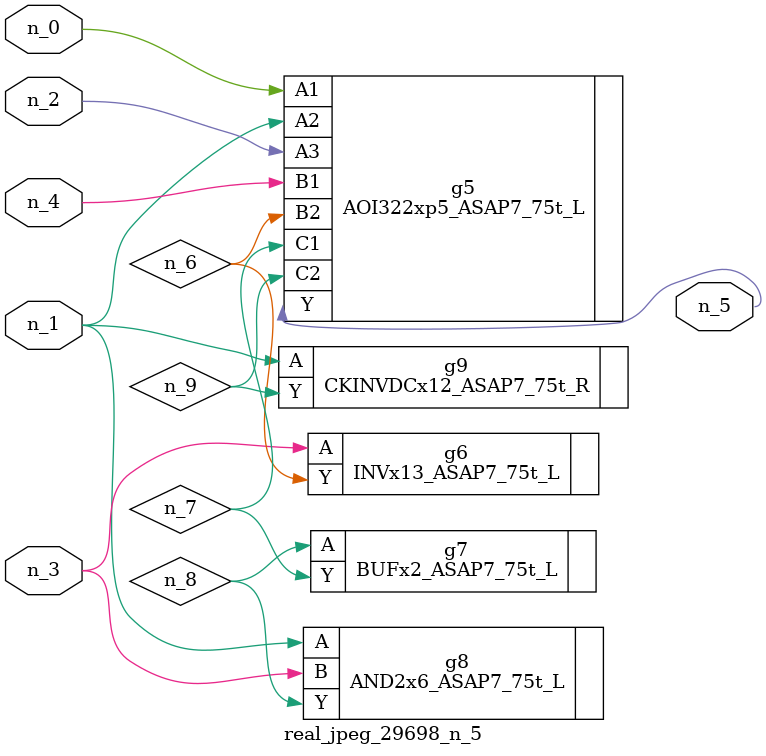
<source format=v>
module real_jpeg_29698_n_5 (n_4, n_0, n_1, n_2, n_3, n_5);

input n_4;
input n_0;
input n_1;
input n_2;
input n_3;

output n_5;

wire n_8;
wire n_6;
wire n_7;
wire n_9;

AOI322xp5_ASAP7_75t_L g5 ( 
.A1(n_0),
.A2(n_1),
.A3(n_2),
.B1(n_4),
.B2(n_6),
.C1(n_7),
.C2(n_9),
.Y(n_5)
);

AND2x6_ASAP7_75t_L g8 ( 
.A(n_1),
.B(n_3),
.Y(n_8)
);

CKINVDCx12_ASAP7_75t_R g9 ( 
.A(n_1),
.Y(n_9)
);

INVx13_ASAP7_75t_L g6 ( 
.A(n_3),
.Y(n_6)
);

BUFx2_ASAP7_75t_L g7 ( 
.A(n_8),
.Y(n_7)
);


endmodule
</source>
